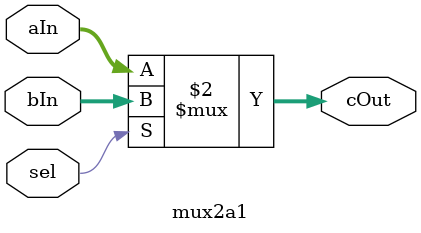
<source format=sv>
module mux2a1 (
		input logic [7:0] aIn,
		input logic [7:0] bIn,
		input logic sel,
		output logic [7:0] cOut
);

assign cOut = (sel == 1) ? bIn : aIn;

endmodule
</source>
